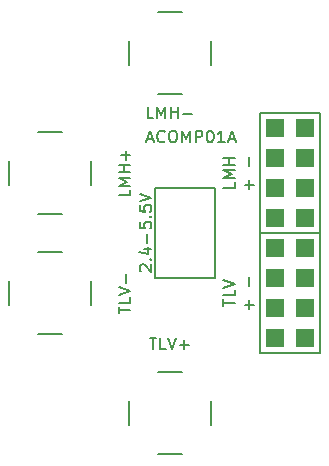
<source format=gbr>
%TF.GenerationSoftware,KiCad,Pcbnew,7.0.5.1-1-g8f565ef7f0-dirty-deb11*%
%TF.CreationDate,2023-07-21T01:26:37+00:00*%
%TF.ProjectId,ACOMP01,41434f4d-5030-4312-9e6b-696361645f70,rev?*%
%TF.SameCoordinates,Original*%
%TF.FileFunction,Legend,Top*%
%TF.FilePolarity,Positive*%
%FSLAX46Y46*%
G04 Gerber Fmt 4.6, Leading zero omitted, Abs format (unit mm)*
G04 Created by KiCad (PCBNEW 7.0.5.1-1-g8f565ef7f0-dirty-deb11) date 2023-07-21 01:26:37*
%MOMM*%
%LPD*%
G01*
G04 APERTURE LIST*
%ADD10C,0.127000*%
%ADD11C,0.150000*%
%ADD12R,1.524000X1.524000*%
G04 APERTURE END LIST*
D10*
X8755238Y24943985D02*
X8279048Y24943985D01*
X8279048Y24943985D02*
X8279048Y25943985D01*
X9088572Y24943985D02*
X9088572Y25943985D01*
X9088572Y25943985D02*
X9421905Y25229700D01*
X9421905Y25229700D02*
X9755238Y25943985D01*
X9755238Y25943985D02*
X9755238Y24943985D01*
X10231429Y24943985D02*
X10231429Y25943985D01*
X10231429Y25467795D02*
X10802857Y25467795D01*
X10802857Y24943985D02*
X10802857Y25943985D01*
X11279048Y25324938D02*
X12040953Y25324938D01*
X8421905Y6385985D02*
X8993333Y6385985D01*
X8707619Y5385985D02*
X8707619Y6385985D01*
X9802857Y5385985D02*
X9326667Y5385985D01*
X9326667Y5385985D02*
X9326667Y6385985D01*
X9993334Y6385985D02*
X10326667Y5385985D01*
X10326667Y5385985D02*
X10660000Y6385985D01*
X10993334Y5766938D02*
X11755239Y5766938D01*
X11374286Y5385985D02*
X11374286Y6147890D01*
X8223714Y23197700D02*
X8699904Y23197700D01*
X8128476Y22911985D02*
X8461809Y23911985D01*
X8461809Y23911985D02*
X8795142Y22911985D01*
X9699904Y23007224D02*
X9652285Y22959604D01*
X9652285Y22959604D02*
X9509428Y22911985D01*
X9509428Y22911985D02*
X9414190Y22911985D01*
X9414190Y22911985D02*
X9271333Y22959604D01*
X9271333Y22959604D02*
X9176095Y23054843D01*
X9176095Y23054843D02*
X9128476Y23150081D01*
X9128476Y23150081D02*
X9080857Y23340557D01*
X9080857Y23340557D02*
X9080857Y23483414D01*
X9080857Y23483414D02*
X9128476Y23673890D01*
X9128476Y23673890D02*
X9176095Y23769128D01*
X9176095Y23769128D02*
X9271333Y23864366D01*
X9271333Y23864366D02*
X9414190Y23911985D01*
X9414190Y23911985D02*
X9509428Y23911985D01*
X9509428Y23911985D02*
X9652285Y23864366D01*
X9652285Y23864366D02*
X9699904Y23816747D01*
X10318952Y23911985D02*
X10509428Y23911985D01*
X10509428Y23911985D02*
X10604666Y23864366D01*
X10604666Y23864366D02*
X10699904Y23769128D01*
X10699904Y23769128D02*
X10747523Y23578652D01*
X10747523Y23578652D02*
X10747523Y23245319D01*
X10747523Y23245319D02*
X10699904Y23054843D01*
X10699904Y23054843D02*
X10604666Y22959604D01*
X10604666Y22959604D02*
X10509428Y22911985D01*
X10509428Y22911985D02*
X10318952Y22911985D01*
X10318952Y22911985D02*
X10223714Y22959604D01*
X10223714Y22959604D02*
X10128476Y23054843D01*
X10128476Y23054843D02*
X10080857Y23245319D01*
X10080857Y23245319D02*
X10080857Y23578652D01*
X10080857Y23578652D02*
X10128476Y23769128D01*
X10128476Y23769128D02*
X10223714Y23864366D01*
X10223714Y23864366D02*
X10318952Y23911985D01*
X11176095Y22911985D02*
X11176095Y23911985D01*
X11176095Y23911985D02*
X11509428Y23197700D01*
X11509428Y23197700D02*
X11842761Y23911985D01*
X11842761Y23911985D02*
X11842761Y22911985D01*
X12318952Y22911985D02*
X12318952Y23911985D01*
X12318952Y23911985D02*
X12699904Y23911985D01*
X12699904Y23911985D02*
X12795142Y23864366D01*
X12795142Y23864366D02*
X12842761Y23816747D01*
X12842761Y23816747D02*
X12890380Y23721509D01*
X12890380Y23721509D02*
X12890380Y23578652D01*
X12890380Y23578652D02*
X12842761Y23483414D01*
X12842761Y23483414D02*
X12795142Y23435795D01*
X12795142Y23435795D02*
X12699904Y23388176D01*
X12699904Y23388176D02*
X12318952Y23388176D01*
X13509428Y23911985D02*
X13604666Y23911985D01*
X13604666Y23911985D02*
X13699904Y23864366D01*
X13699904Y23864366D02*
X13747523Y23816747D01*
X13747523Y23816747D02*
X13795142Y23721509D01*
X13795142Y23721509D02*
X13842761Y23531033D01*
X13842761Y23531033D02*
X13842761Y23292938D01*
X13842761Y23292938D02*
X13795142Y23102462D01*
X13795142Y23102462D02*
X13747523Y23007224D01*
X13747523Y23007224D02*
X13699904Y22959604D01*
X13699904Y22959604D02*
X13604666Y22911985D01*
X13604666Y22911985D02*
X13509428Y22911985D01*
X13509428Y22911985D02*
X13414190Y22959604D01*
X13414190Y22959604D02*
X13366571Y23007224D01*
X13366571Y23007224D02*
X13318952Y23102462D01*
X13318952Y23102462D02*
X13271333Y23292938D01*
X13271333Y23292938D02*
X13271333Y23531033D01*
X13271333Y23531033D02*
X13318952Y23721509D01*
X13318952Y23721509D02*
X13366571Y23816747D01*
X13366571Y23816747D02*
X13414190Y23864366D01*
X13414190Y23864366D02*
X13509428Y23911985D01*
X14795142Y22911985D02*
X14223714Y22911985D01*
X14509428Y22911985D02*
X14509428Y23911985D01*
X14509428Y23911985D02*
X14414190Y23769128D01*
X14414190Y23769128D02*
X14318952Y23673890D01*
X14318952Y23673890D02*
X14223714Y23626271D01*
X15176095Y23197700D02*
X15652285Y23197700D01*
X15080857Y22911985D02*
X15414190Y23911985D01*
X15414190Y23911985D02*
X15747523Y22911985D01*
X6806015Y18915239D02*
X6806015Y18439049D01*
X6806015Y18439049D02*
X5806015Y18439049D01*
X6806015Y19248573D02*
X5806015Y19248573D01*
X5806015Y19248573D02*
X6520300Y19581906D01*
X6520300Y19581906D02*
X5806015Y19915239D01*
X5806015Y19915239D02*
X6806015Y19915239D01*
X6806015Y20391430D02*
X5806015Y20391430D01*
X6282205Y20391430D02*
X6282205Y20962858D01*
X6806015Y20962858D02*
X5806015Y20962858D01*
X6425062Y21439049D02*
X6425062Y22200953D01*
X6806015Y21820001D02*
X6044110Y21820001D01*
X15653015Y19534286D02*
X15653015Y19058096D01*
X15653015Y19058096D02*
X14653015Y19058096D01*
X15653015Y19867620D02*
X14653015Y19867620D01*
X14653015Y19867620D02*
X15367300Y20200953D01*
X15367300Y20200953D02*
X14653015Y20534286D01*
X14653015Y20534286D02*
X15653015Y20534286D01*
X15653015Y21010477D02*
X14653015Y21010477D01*
X15129205Y21010477D02*
X15129205Y21581905D01*
X15653015Y21581905D02*
X14653015Y21581905D01*
X16882062Y18939049D02*
X16882062Y19700953D01*
X17263015Y19320001D02*
X16501110Y19320001D01*
X16882062Y20939049D02*
X16882062Y21700953D01*
X5806015Y8421906D02*
X5806015Y8993334D01*
X6806015Y8707620D02*
X5806015Y8707620D01*
X6806015Y9802858D02*
X6806015Y9326668D01*
X6806015Y9326668D02*
X5806015Y9326668D01*
X5806015Y9993335D02*
X6806015Y10326668D01*
X6806015Y10326668D02*
X5806015Y10660001D01*
X6425062Y10993335D02*
X6425062Y11755239D01*
X7679253Y12001906D02*
X7631634Y12049525D01*
X7631634Y12049525D02*
X7584015Y12144763D01*
X7584015Y12144763D02*
X7584015Y12382858D01*
X7584015Y12382858D02*
X7631634Y12478096D01*
X7631634Y12478096D02*
X7679253Y12525715D01*
X7679253Y12525715D02*
X7774491Y12573334D01*
X7774491Y12573334D02*
X7869729Y12573334D01*
X7869729Y12573334D02*
X8012586Y12525715D01*
X8012586Y12525715D02*
X8584015Y11954287D01*
X8584015Y11954287D02*
X8584015Y12573334D01*
X8488776Y13001906D02*
X8536396Y13049525D01*
X8536396Y13049525D02*
X8584015Y13001906D01*
X8584015Y13001906D02*
X8536396Y12954287D01*
X8536396Y12954287D02*
X8488776Y13001906D01*
X8488776Y13001906D02*
X8584015Y13001906D01*
X7917348Y13906667D02*
X8584015Y13906667D01*
X7536396Y13668572D02*
X8250681Y13430477D01*
X8250681Y13430477D02*
X8250681Y14049524D01*
X8203062Y14430477D02*
X8203062Y15192381D01*
X7584015Y16144762D02*
X7584015Y15668572D01*
X7584015Y15668572D02*
X8060205Y15620953D01*
X8060205Y15620953D02*
X8012586Y15668572D01*
X8012586Y15668572D02*
X7964967Y15763810D01*
X7964967Y15763810D02*
X7964967Y16001905D01*
X7964967Y16001905D02*
X8012586Y16097143D01*
X8012586Y16097143D02*
X8060205Y16144762D01*
X8060205Y16144762D02*
X8155443Y16192381D01*
X8155443Y16192381D02*
X8393538Y16192381D01*
X8393538Y16192381D02*
X8488776Y16144762D01*
X8488776Y16144762D02*
X8536396Y16097143D01*
X8536396Y16097143D02*
X8584015Y16001905D01*
X8584015Y16001905D02*
X8584015Y15763810D01*
X8584015Y15763810D02*
X8536396Y15668572D01*
X8536396Y15668572D02*
X8488776Y15620953D01*
X8488776Y16620953D02*
X8536396Y16668572D01*
X8536396Y16668572D02*
X8584015Y16620953D01*
X8584015Y16620953D02*
X8536396Y16573334D01*
X8536396Y16573334D02*
X8488776Y16620953D01*
X8488776Y16620953D02*
X8584015Y16620953D01*
X7584015Y17573333D02*
X7584015Y17097143D01*
X7584015Y17097143D02*
X8060205Y17049524D01*
X8060205Y17049524D02*
X8012586Y17097143D01*
X8012586Y17097143D02*
X7964967Y17192381D01*
X7964967Y17192381D02*
X7964967Y17430476D01*
X7964967Y17430476D02*
X8012586Y17525714D01*
X8012586Y17525714D02*
X8060205Y17573333D01*
X8060205Y17573333D02*
X8155443Y17620952D01*
X8155443Y17620952D02*
X8393538Y17620952D01*
X8393538Y17620952D02*
X8488776Y17573333D01*
X8488776Y17573333D02*
X8536396Y17525714D01*
X8536396Y17525714D02*
X8584015Y17430476D01*
X8584015Y17430476D02*
X8584015Y17192381D01*
X8584015Y17192381D02*
X8536396Y17097143D01*
X8536396Y17097143D02*
X8488776Y17049524D01*
X7584015Y17906667D02*
X8584015Y18240000D01*
X8584015Y18240000D02*
X7584015Y18573333D01*
X14653015Y9040953D02*
X14653015Y9612381D01*
X15653015Y9326667D02*
X14653015Y9326667D01*
X15653015Y10421905D02*
X15653015Y9945715D01*
X15653015Y9945715D02*
X14653015Y9945715D01*
X14653015Y10612382D02*
X15653015Y10945715D01*
X15653015Y10945715D02*
X14653015Y11279048D01*
X16882062Y8779049D02*
X16882062Y9540953D01*
X17263015Y9160001D02*
X16501110Y9160001D01*
X16882062Y10779049D02*
X16882062Y11540953D01*
D11*
%TO.C,J6*%
X17780000Y15240000D02*
X22860000Y15240000D01*
X17780000Y5080000D02*
X17780000Y15240000D01*
X22860000Y15240000D02*
X22860000Y5080000D01*
X22860000Y5080000D02*
X17780000Y5080000D01*
%TO.C,J7*%
X17780000Y15240000D02*
X17780000Y25400000D01*
X17780000Y25400000D02*
X22860000Y25400000D01*
X22860000Y25400000D02*
X22860000Y15240000D01*
X22860000Y15240000D02*
X17780000Y15240000D01*
%TO.C,J2*%
X13660000Y-1016000D02*
X13660000Y1016000D01*
X6660000Y1016000D02*
X6660000Y-1016000D01*
X11176000Y3500000D02*
X9144000Y3500000D01*
X9144000Y-3474600D02*
X11176000Y-3474600D01*
%TO.C,J1*%
X8890000Y11430000D02*
X8890000Y19050000D01*
X13970000Y19050000D02*
X13970000Y11430000D01*
X13970000Y11430000D02*
X8890000Y11430000D01*
X8890000Y19050000D02*
X13970000Y19050000D01*
%TO.C,J4*%
X1016000Y23820000D02*
X-1016000Y23820000D01*
X-1016000Y16845400D02*
X1016000Y16845400D01*
X3500000Y19304000D02*
X3500000Y21336000D01*
X-3500000Y21336000D02*
X-3500000Y19304000D01*
%TO.C,J5*%
X6660000Y31496000D02*
X6660000Y29464000D01*
X9144000Y27005400D02*
X11176000Y27005400D01*
X11176000Y33980000D02*
X9144000Y33980000D01*
X13660000Y29464000D02*
X13660000Y31496000D01*
%TO.C,J3*%
X-3500000Y11176000D02*
X-3500000Y9144000D01*
X-1016000Y6685400D02*
X1016000Y6685400D01*
X1016000Y13660000D02*
X-1016000Y13660000D01*
X3500000Y9144000D02*
X3500000Y11176000D01*
%TD*%
D12*
%TO.C,J6*%
X21590000Y6350000D03*
X19050000Y6350000D03*
X21590000Y8890000D03*
X19050000Y8890000D03*
X21590000Y11430000D03*
X19050000Y11430000D03*
X21590000Y13970000D03*
X19050000Y13970000D03*
%TD*%
%TO.C,J7*%
X21590000Y16510000D03*
X19050000Y16510000D03*
X21590000Y19050000D03*
X19050000Y19050000D03*
X21590000Y21590000D03*
X19050000Y21590000D03*
X21590000Y24130000D03*
X19050000Y24130000D03*
%TD*%
M02*

</source>
